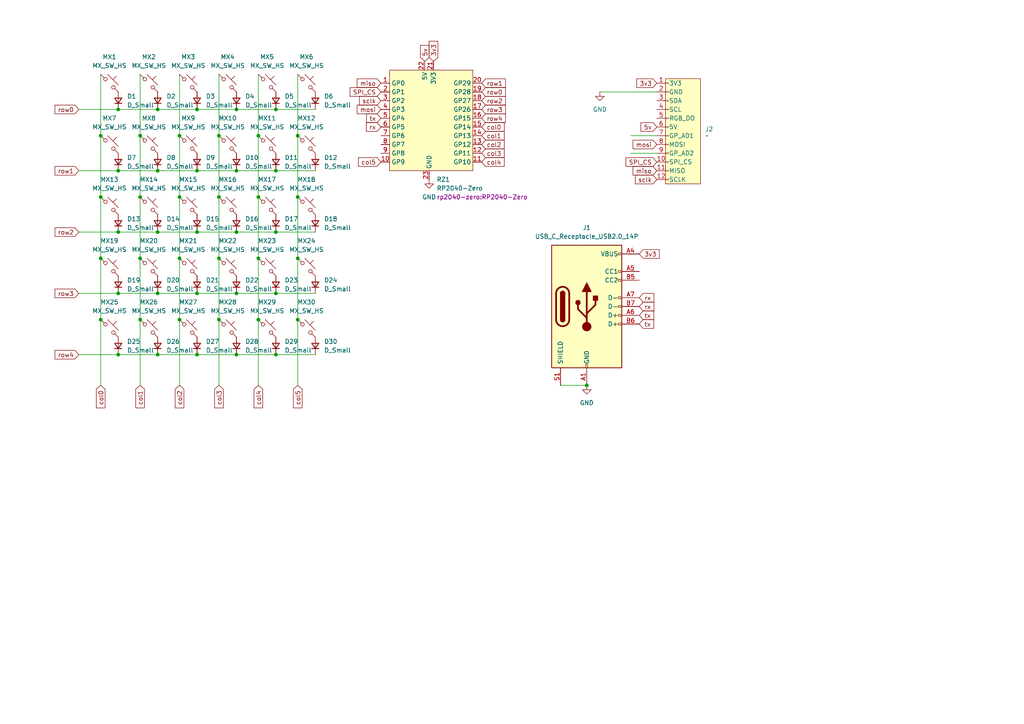
<source format=kicad_sch>
(kicad_sch (version 20231120) (generator "eeschema") (generator_version "8.0")
  (paper "A4")
  (lib_symbols
    (symbol "Connector:USB_C_Receptacle_USB2.0_14P" (pin_names (offset 1.016))
      (property "Reference" "J" (at 0 22.225 0))
      (property "Value" "USB_C_Receptacle_USB2.0_14P" (at 0 19.685 0))
      (symbol "USB_C_Receptacle_USB2.0_14P_0_0"
        (rectangle (start -0.254 -17.78) (end 0.254 -16.764))
        (rectangle (start 10.16 -4.826) (end 9.144 -5.334))
        (rectangle (start 10.16 -2.286) (end 9.144 -2.794))
        (rectangle (start 10.16 0.254) (end 9.144 -0.254))
        (rectangle (start 10.16 2.794) (end 9.144 2.286))
        (rectangle (start 10.16 7.874) (end 9.144 7.366))
        (rectangle (start 10.16 10.414) (end 9.144 9.906))
        (rectangle (start 10.16 15.494) (end 9.144 14.986))
      )
      (symbol "USB_C_Receptacle_USB2.0_14P_0_1"
        (rectangle (start -10.16 17.78) (end 10.16 -17.78) (stroke (width 0.254)) (fill (type background)))
        (arc (start -8.89 -3.81) (mid -6.985 -5.7067) (end -5.08 -3.81) (stroke (width 0.508)))
        (arc (start -7.62 -3.81) (mid -6.985 -4.4423) (end -6.35 -3.81) (stroke (width 0.254)))
        (arc (start -7.62 -3.81) (mid -6.985 -4.4423) (end -6.35 -3.81) (stroke (width 0.254)) (fill (type outline)))
        (rectangle (start -7.62 -3.81) (end -6.35 3.81) (stroke (width 0.254)) (fill (type outline)))
        (arc (start -6.35 3.81) (mid -6.985 4.4423) (end -7.62 3.81) (stroke (width 0.254)))
        (arc (start -6.35 3.81) (mid -6.985 4.4423) (end -7.62 3.81) (stroke (width 0.254)) (fill (type outline)))
        (arc (start -5.08 3.81) (mid -6.985 5.7067) (end -8.89 3.81) (stroke (width 0.508)))
        (circle (center -2.54 1.143) (radius 0.635) (stroke (width 0.254)) (fill (type outline)))
        (circle (center 0 -5.842) (radius 1.27) (fill (type outline)))
        (polyline (pts (xy -8.89 -3.81) (xy -8.89 3.81)) (stroke (width 0.508)))
        (polyline (pts (xy -5.08 3.81) (xy -5.08 -3.81)) (stroke (width 0.508)))
        (polyline (pts (xy 0 -5.842) (xy 0 4.318)) (stroke (width 0.508)))
        (polyline (pts (xy 0 -3.302) (xy -2.54 -0.762) (xy -2.54 0.508)) (stroke (width 0.508)))
        (polyline (pts (xy 0 -2.032) (xy 2.54 0.508) (xy 2.54 1.778)) (stroke (width 0.508)))
        (polyline (pts (xy -1.27 4.318) (xy 0 6.858) (xy 1.27 4.318) (xy -1.27 4.318)) (stroke (width 0.254)) (fill (type outline)))
        (rectangle (start 1.905 1.778) (end 3.175 3.048) (stroke (width 0.254)) (fill (type outline)))
      )
      (symbol "USB_C_Receptacle_USB2.0_14P_1_1"
        (pin passive line (at 0 -22.86 90) (length 5.08) (name "GND") (number "A1"))
        (pin passive line (at 0 -22.86 90) (length 5.08) hide (name "GND") (number "A12"))
        (pin passive line (at 15.24 15.24 180) (length 5.08) (name "VBUS") (number "A4"))
        (pin bidirectional line (at 15.24 10.16 180) (length 5.08) (name "CC1") (number "A5"))
        (pin bidirectional line (at 15.24 -2.54 180) (length 5.08) (name "D+") (number "A6"))
        (pin bidirectional line (at 15.24 2.54 180) (length 5.08) (name "D-") (number "A7"))
        (pin passive line (at 15.24 15.24 180) (length 5.08) hide (name "VBUS") (number "A9"))
        (pin passive line (at 0 -22.86 90) (length 5.08) hide (name "GND") (number "B1"))
        (pin passive line (at 0 -22.86 90) (length 5.08) hide (name "GND") (number "B12"))
        (pin passive line (at 15.24 15.24 180) (length 5.08) hide (name "VBUS") (number "B4"))
        (pin bidirectional line (at 15.24 7.62 180) (length 5.08) (name "CC2") (number "B5"))
        (pin bidirectional line (at 15.24 -5.08 180) (length 5.08) (name "D+") (number "B6"))
        (pin bidirectional line (at 15.24 0 180) (length 5.08) (name "D-") (number "B7"))
        (pin passive line (at 15.24 15.24 180) (length 5.08) hide (name "VBUS") (number "B9"))
        (pin passive line (at -7.62 -22.86 90) (length 5.08) (name "SHIELD") (number "S1"))
      )
    )
    (symbol "Device:D_Small" (pin_numbers hide) (pin_names (offset 0.254) hide)
      (property "Reference" "D" (at -1.27 2.032 0))
      (property "Value" "D_Small" (at -3.81 -2.032 0))
      (symbol "D_Small_0_1"
        (polyline (pts (xy -0.762 -1.016) (xy -0.762 1.016)) (stroke (width 0.254)))
        (polyline (pts (xy -0.762 0) (xy 0.762 0)))
        (polyline (pts (xy 0.762 -1.016) (xy -0.762 0) (xy 0.762 1.016) (xy 0.762 -1.016)) (stroke (width 0.254)))
      )
      (symbol "D_Small_1_1"
        (pin passive line (at -2.54 0 0) (length 1.778) (name "K") (number "1"))
        (pin passive line (at 2.54 0 180) (length 1.778) (name "A") (number "2"))
      )
    )
    (symbol "marbastlib-mx:MX_SW_HS_CPG151101S11" (pin_numbers hide) (pin_names (offset 1.016) hide)
      (property "Reference" "MX" (at 3.048 1.016 0))
      (property "Value" "MX_SW_HS" (at 0 -3.81 0))
      (symbol "MX_SW_HS_CPG151101S11_0_1"
        (circle (center -1.1684 1.1684) (radius 0.508))
        (polyline (pts (xy -0.508 2.54) (xy 2.54 -0.508)))
        (polyline (pts (xy 1.016 1.016) (xy 2.032 2.032)))
        (polyline (pts (xy -2.54 2.54) (xy -1.524 1.524) (xy -1.524 1.524)))
        (polyline (pts (xy 1.524 -1.524) (xy 2.54 -2.54) (xy 2.54 -2.54) (xy 2.54 -2.54)))
        (circle (center 1.143 -1.1938) (radius 0.508))
        (pin passive line (at -2.54 2.54 0) (length 0) (name "1") (number "1"))
        (pin passive line (at 2.54 -2.54 180) (length 0) (name "2") (number "2"))
      )
    )
    (symbol "power:GND" (power) (pin_numbers hide) (pin_names (offset 0) hide)
      (property "Value" "GND" (at 0 -3.81 0))
      (symbol "GND_0_1"
        (polyline (pts (xy 0 0) (xy 0 -1.27) (xy 1.27 -1.27) (xy 0 -2.54) (xy -1.27 -1.27) (xy 0 -1.27)))
      )
      (symbol "GND_1_1"
        (pin power_in line (at 0 0 270) (length 0) (name "~") (number "1"))
      )
    )
    (symbol "rp2040-zero:RP2040-Zero"
      (property "Reference" "RZ" (at 0 0 0))
      (property "Value" "RP2040-Zero" (at 0 -2.54 0))
      (property "Footprint" "RP2040-Zero:RP2040-Zero" (at 0 0 0))
      (symbol "RP2040-Zero_0_1"
        (rectangle (start -11.43 -15.24) (end 12.7 13.97) (fill (type background)))
      )
      (symbol "RP2040-Zero_1_1"
        (pin bidirectional line (at -13.97 10.16 0) (length 2.54) (name "GP0") (number "1"))
        (pin bidirectional line (at -13.97 -12.7 0) (length 2.54) (name "GP9") (number "10"))
        (pin bidirectional line (at 15.24 -12.7 180) (length 2.54) (name "GP10") (number "11"))
        (pin bidirectional line (at 15.24 -10.16 180) (length 2.54) (name "GP11") (number "12"))
        (pin bidirectional line (at 15.24 -7.62 180) (length 2.54) (name "GP12") (number "13"))
        (pin bidirectional line (at 15.24 -5.08 180) (length 2.54) (name "GP13") (number "14"))
        (pin bidirectional line (at 15.24 -2.54 180) (length 2.54) (name "GP14") (number "15"))
        (pin bidirectional line (at 15.24 0 180) (length 2.54) (name "GP15") (number "16"))
        (pin bidirectional line (at 15.24 2.54 180) (length 2.54) (name "GP26") (number "17"))
        (pin bidirectional line (at 15.24 5.08 180) (length 2.54) (name "GP27") (number "18"))
        (pin bidirectional line (at 15.24 7.62 180) (length 2.54) (name "GP28") (number "19"))
        (pin bidirectional line (at -13.97 7.62 0) (length 2.54) (name "GP1") (number "2"))
        (pin bidirectional line (at 15.24 10.16 180) (length 2.54) (name "GP29") (number "20"))
        (pin power_in line (at 1.27 16.51 270) (length 2.54) (name "3V3") (number "21"))
        (pin power_in line (at -1.27 16.51 270) (length 2.54) (name "5V") (number "22"))
        (pin power_in line (at 0 -17.78 90) (length 2.54) (name "GND") (number "23"))
        (pin bidirectional line (at -13.97 5.08 0) (length 2.54) (name "GP2") (number "3"))
        (pin bidirectional line (at -13.97 2.54 0) (length 2.54) (name "GP3") (number "4"))
        (pin bidirectional line (at -13.97 0 0) (length 2.54) (name "GP4") (number "5"))
        (pin bidirectional line (at -13.97 -2.54 0) (length 2.54) (name "GP5") (number "6"))
        (pin bidirectional line (at -13.97 -5.08 0) (length 2.54) (name "GP6") (number "7"))
        (pin bidirectional line (at -13.97 -7.62 0) (length 2.54) (name "GP7") (number "8"))
        (pin bidirectional line (at -13.97 -10.16 0) (length 2.54) (name "GP8") (number "9"))
      )
    )
    (symbol "vik:vik-keyboard-connector" (pin_names (offset 1))
      (property "Reference" "J" (at 0 15.875 0))
      (symbol "vik-keyboard-connector_1_1"
        (rectangle (start -5.08 13.97) (end 5.08 -16.51) (fill (type background)))
        (rectangle (start -5.0546 -15.113) (end -4.191 -15.367) (stroke (width 0.1)))
        (rectangle (start -5.0546 -12.573) (end -4.191 -12.827) (stroke (width 0.1)))
        (rectangle (start -5.0546 -10.033) (end -4.191 -10.287) (stroke (width 0.1)))
        (rectangle (start -5.0546 -7.493) (end -4.191 -7.747) (stroke (width 0.1)))
        (rectangle (start -5.0546 -4.953) (end -4.191 -5.207) (stroke (width 0.1)))
        (rectangle (start -5.0546 -2.413) (end -4.191 -2.667) (stroke (width 0.1)))
        (rectangle (start -5.0546 0.127) (end -4.191 -0.127) (stroke (width 0.1)))
        (rectangle (start -5.0546 2.667) (end -4.191 2.413) (stroke (width 0.1)))
        (rectangle (start -5.0546 5.207) (end -4.191 4.953) (stroke (width 0.1)))
        (rectangle (start -5.0546 7.747) (end -4.191 7.493) (stroke (width 0.1)))
        (rectangle (start -5.0546 10.287) (end -4.191 10.033) (stroke (width 0.1)))
        (rectangle (start -5.0546 12.827) (end -4.191 12.573) (stroke (width 0.1)))
        (pin power_in line (at -7.62 12.7 0) (length 2.54) (name "3V3") (number "1"))
        (pin input line (at -7.62 -10.16 0) (length 2.54) (name "SPI_CS") (number "10"))
        (pin tri_state line (at -7.62 -12.7 0) (length 2.54) (name "MISO") (number "11"))
        (pin input line (at -7.62 -15.24 0) (length 2.54) (name "SCLK") (number "12"))
        (pin power_in line (at -7.62 10.16 0) (length 2.54) (name "GND") (number "2"))
        (pin bidirectional line (at -7.62 7.62 0) (length 2.54) (name "SDA") (number "3"))
        (pin bidirectional line (at -7.62 5.08 0) (length 2.54) (name "SCL") (number "4"))
        (pin input line (at -7.62 2.54 0) (length 2.54) (name "RGB_DO") (number "5"))
        (pin power_in line (at -7.62 0 0) (length 2.54) (name "5V") (number "6"))
        (pin bidirectional line (at -7.62 -2.54 0) (length 2.54) (name "GP_AD1") (number "7"))
        (pin input line (at -7.62 -5.08 0) (length 2.54) (name "MOSI") (number "8"))
        (pin bidirectional line (at -7.62 -7.62 0) (length 2.54) (name "GP_AD2") (number "9"))
      )
    )
  )
  (junction (at 57.15 31.75))
  (junction (at 34.29 49.53))
  (junction (at 45.72 67.31))
  (junction (at 45.72 102.87))
  (junction (at 86.36 74.93))
  (junction (at 57.15 85.09))
  (junction (at 74.93 74.93))
  (junction (at 68.58 67.31))
  (junction (at 45.72 49.53))
  (junction (at 29.21 74.93))
  (junction (at 63.5 39.37))
  (junction (at 80.01 31.75))
  (junction (at 68.58 85.09))
  (junction (at 45.72 31.75))
  (junction (at 29.21 92.71))
  (junction (at 57.15 102.87))
  (junction (at 63.5 74.93))
  (junction (at 80.01 102.87))
  (junction (at 34.29 85.09))
  (junction (at 63.5 57.15))
  (junction (at 86.36 92.71))
  (junction (at 52.07 74.93))
  (junction (at 29.21 57.15))
  (junction (at 40.64 57.15))
  (junction (at 63.5 92.71))
  (junction (at 86.36 39.37))
  (junction (at 57.15 49.53))
  (junction (at 40.64 39.37))
  (junction (at 80.01 85.09))
  (junction (at 34.29 67.31))
  (junction (at 68.58 49.53))
  (junction (at 80.01 67.31))
  (junction (at 52.07 92.71))
  (junction (at 29.21 39.37))
  (junction (at 74.93 57.15))
  (junction (at 45.72 85.09))
  (junction (at 40.64 92.71))
  (junction (at 52.07 39.37))
  (junction (at 74.93 39.37))
  (junction (at 52.07 57.15))
  (junction (at 34.29 102.87))
  (junction (at 74.93 92.71))
  (junction (at 57.15 67.31))
  (junction (at 86.36 57.15))
  (junction (at 34.29 31.75))
  (junction (at 68.58 31.75))
  (junction (at 170.18 111.76))
  (junction (at 80.01 49.53))
  (junction (at 68.58 102.87))
  (junction (at 40.64 74.93))
  (wire (pts (xy 29.21 74.93) (xy 29.21 92.71)))
  (wire (pts (xy 52.07 57.15) (xy 52.07 74.93)))
  (wire (pts (xy 63.5 21.59) (xy 63.5 39.37)))
  (wire (pts (xy 68.58 85.09) (xy 80.01 85.09)))
  (wire (pts (xy 86.36 74.93) (xy 86.36 92.71)))
  (wire (pts (xy 29.21 39.37) (xy 29.21 57.15)))
  (wire (pts (xy 34.29 31.75) (xy 45.72 31.75)))
  (wire (pts (xy 80.01 85.09) (xy 91.44 85.09)))
  (wire (pts (xy 86.36 21.59) (xy 86.36 39.37)))
  (wire (pts (xy 45.72 49.53) (xy 57.15 49.53)))
  (wire (pts (xy 68.58 49.53) (xy 80.01 49.53)))
  (wire (pts (xy 80.01 67.31) (xy 91.44 67.31)))
  (wire (pts (xy 57.15 31.75) (xy 68.58 31.75)))
  (wire (pts (xy 40.64 57.15) (xy 40.64 74.93)))
  (wire (pts (xy 45.72 102.87) (xy 57.15 102.87)))
  (wire (pts (xy 63.5 74.93) (xy 63.5 92.71)))
  (wire (pts (xy 22.86 49.53) (xy 34.29 49.53)))
  (wire (pts (xy 182.88 44.45) (xy 190.5 44.45)))
  (wire (pts (xy 80.01 49.53) (xy 91.44 49.53)))
  (wire (pts (xy 173.99 26.67) (xy 190.5 26.67)))
  (wire (pts (xy 22.86 31.75) (xy 34.29 31.75)))
  (wire (pts (xy 22.86 67.31) (xy 34.29 67.31)))
  (wire (pts (xy 34.29 49.53) (xy 45.72 49.53)))
  (wire (pts (xy 68.58 31.75) (xy 80.01 31.75)))
  (wire (pts (xy 80.01 31.75) (xy 91.44 31.75)))
  (wire (pts (xy 63.5 92.71) (xy 63.5 111.76)))
  (wire (pts (xy 86.36 57.15) (xy 86.36 74.93)))
  (wire (pts (xy 162.56 111.76) (xy 170.18 111.76)))
  (wire (pts (xy 80.01 102.87) (xy 91.44 102.87)))
  (wire (pts (xy 63.5 57.15) (xy 63.5 74.93)))
  (wire (pts (xy 86.36 92.71) (xy 86.36 111.76)))
  (wire (pts (xy 86.36 39.37) (xy 86.36 57.15)))
  (wire (pts (xy 57.15 49.53) (xy 68.58 49.53)))
  (wire (pts (xy 57.15 67.31) (xy 68.58 67.31)))
  (wire (pts (xy 45.72 31.75) (xy 57.15 31.75)))
  (wire (pts (xy 52.07 39.37) (xy 52.07 57.15)))
  (wire (pts (xy 74.93 57.15) (xy 74.93 74.93)))
  (wire (pts (xy 74.93 39.37) (xy 74.93 57.15)))
  (wire (pts (xy 45.72 67.31) (xy 57.15 67.31)))
  (wire (pts (xy 68.58 67.31) (xy 80.01 67.31)))
  (wire (pts (xy 74.93 92.71) (xy 74.93 111.76)))
  (wire (pts (xy 29.21 92.71) (xy 29.21 111.76)))
  (wire (pts (xy 22.86 102.87) (xy 34.29 102.87)))
  (wire (pts (xy 52.07 21.59) (xy 52.07 39.37)))
  (wire (pts (xy 68.58 102.87) (xy 80.01 102.87)))
  (wire (pts (xy 52.07 74.93) (xy 52.07 92.71)))
  (wire (pts (xy 45.72 85.09) (xy 57.15 85.09)))
  (wire (pts (xy 34.29 85.09) (xy 45.72 85.09)))
  (wire (pts (xy 74.93 21.59) (xy 74.93 39.37)))
  (wire (pts (xy 34.29 67.31) (xy 45.72 67.31)))
  (wire (pts (xy 182.88 39.37) (xy 190.5 39.37)))
  (wire (pts (xy 74.93 74.93) (xy 74.93 92.71)))
  (wire (pts (xy 40.64 39.37) (xy 40.64 57.15)))
  (wire (pts (xy 40.64 21.59) (xy 40.64 39.37)))
  (wire (pts (xy 52.07 92.71) (xy 52.07 111.76)))
  (wire (pts (xy 29.21 21.59) (xy 29.21 39.37)))
  (wire (pts (xy 40.64 92.71) (xy 40.64 111.76)))
  (wire (pts (xy 40.64 74.93) (xy 40.64 92.71)))
  (wire (pts (xy 63.5 39.37) (xy 63.5 57.15)))
  (wire (pts (xy 57.15 102.87) (xy 68.58 102.87)))
  (wire (pts (xy 34.29 102.87) (xy 45.72 102.87)))
  (wire (pts (xy 29.21 57.15) (xy 29.21 74.93)))
  (wire (pts (xy 57.15 85.09) (xy 68.58 85.09)))
  (wire (pts (xy 22.86 85.09) (xy 34.29 85.09)))
  (global_label "col3" (shape input) (at 63.5 111.76 270) (property "Intersheetrefs" "${INTERSHEET_REFS}" (effects (hide yes))))
  (global_label "5v" (shape input) (at 190.5 36.83 180) (property "Intersheetrefs" "${INTERSHEET_REFS}" (effects (hide yes))))
  (global_label "row2" (shape input) (at 22.86 67.31 180) (property "Intersheetrefs" "${INTERSHEET_REFS}" (effects (hide yes))))
  (global_label "SPI_CS" (shape input) (at 110.49 26.67 180) (property "Intersheetrefs" "${INTERSHEET_REFS}" (effects (hide yes))))
  (global_label "tx" (shape input) (at 185.42 91.44 0) (property "Intersheetrefs" "${INTERSHEET_REFS}" (effects (hide yes))))
  (global_label "5v" (shape input) (at 123.19 17.78 90) (property "Intersheetrefs" "${INTERSHEET_REFS}" (effects (hide yes))))
  (global_label "row2" (shape input) (at 139.7 29.21 0) (property "Intersheetrefs" "${INTERSHEET_REFS}" (effects (hide yes))))
  (global_label "row1" (shape input) (at 139.7 24.13 0) (property "Intersheetrefs" "${INTERSHEET_REFS}" (effects (hide yes))))
  (global_label "row3" (shape input) (at 139.7 31.75 0) (property "Intersheetrefs" "${INTERSHEET_REFS}" (effects (hide yes))))
  (global_label "col3" (shape input) (at 139.7 44.45 0) (property "Intersheetrefs" "${INTERSHEET_REFS}" (effects (hide yes))))
  (global_label "col2" (shape input) (at 52.07 111.76 270) (property "Intersheetrefs" "${INTERSHEET_REFS}" (effects (hide yes))))
  (global_label "SPI_CS" (shape input) (at 190.5 46.99 180) (property "Intersheetrefs" "${INTERSHEET_REFS}" (effects (hide yes))))
  (global_label "tx" (shape input) (at 185.42 93.98 0) (property "Intersheetrefs" "${INTERSHEET_REFS}" (effects (hide yes))))
  (global_label "row0" (shape input) (at 22.86 31.75 180) (property "Intersheetrefs" "${INTERSHEET_REFS}" (effects (hide yes))))
  (global_label "rx" (shape input) (at 185.42 88.9 0) (property "Intersheetrefs" "${INTERSHEET_REFS}" (effects (hide yes))))
  (global_label "3v3" (shape input) (at 185.42 73.66 0) (property "Intersheetrefs" "${INTERSHEET_REFS}" (effects (hide yes))))
  (global_label "col4" (shape input) (at 139.7 46.99 0) (property "Intersheetrefs" "${INTERSHEET_REFS}" (effects (hide yes))))
  (global_label "mosi" (shape input) (at 190.5 41.91 180) (property "Intersheetrefs" "${INTERSHEET_REFS}" (effects (hide yes))))
  (global_label "row4" (shape input) (at 22.86 102.87 180) (property "Intersheetrefs" "${INTERSHEET_REFS}" (effects (hide yes))))
  (global_label "sclk" (shape input) (at 110.49 29.21 180) (property "Intersheetrefs" "${INTERSHEET_REFS}" (effects (hide yes))))
  (global_label "col2" (shape input) (at 139.7 41.91 0) (property "Intersheetrefs" "${INTERSHEET_REFS}" (effects (hide yes))))
  (global_label "col0" (shape input) (at 29.21 111.76 270) (property "Intersheetrefs" "${INTERSHEET_REFS}" (effects (hide yes))))
  (global_label "3v3" (shape input) (at 190.5 24.13 180) (property "Intersheetrefs" "${INTERSHEET_REFS}" (effects (hide yes))))
  (global_label "row0" (shape input) (at 139.7 26.67 0) (property "Intersheetrefs" "${INTERSHEET_REFS}" (effects (hide yes))))
  (global_label "col0" (shape input) (at 139.7 36.83 0) (property "Intersheetrefs" "${INTERSHEET_REFS}" (effects (hide yes))))
  (global_label "miso" (shape input) (at 190.5 49.53 180) (property "Intersheetrefs" "${INTERSHEET_REFS}" (effects (hide yes))))
  (global_label "col4" (shape input) (at 74.93 111.76 270) (property "Intersheetrefs" "${INTERSHEET_REFS}" (effects (hide yes))))
  (global_label "row3" (shape input) (at 22.86 85.09 180) (property "Intersheetrefs" "${INTERSHEET_REFS}" (effects (hide yes))))
  (global_label "col1" (shape input) (at 139.7 39.37 0) (property "Intersheetrefs" "${INTERSHEET_REFS}" (effects (hide yes))))
  (global_label "miso" (shape input) (at 110.49 24.13 180) (property "Intersheetrefs" "${INTERSHEET_REFS}" (effects (hide yes))))
  (global_label "rx" (shape input) (at 110.49 36.83 180) (property "Intersheetrefs" "${INTERSHEET_REFS}" (effects (hide yes))))
  (global_label "sclk" (shape input) (at 190.5 52.07 180) (property "Intersheetrefs" "${INTERSHEET_REFS}" (effects (hide yes))))
  (global_label "col5" (shape input) (at 110.49 46.99 180) (property "Intersheetrefs" "${INTERSHEET_REFS}" (effects (hide yes))))
  (global_label "col1" (shape input) (at 40.64 111.76 270) (property "Intersheetrefs" "${INTERSHEET_REFS}" (effects (hide yes))))
  (global_label "col5" (shape input) (at 86.36 111.76 270) (property "Intersheetrefs" "${INTERSHEET_REFS}" (effects (hide yes))))
  (global_label "row4" (shape input) (at 139.7 34.29 0) (property "Intersheetrefs" "${INTERSHEET_REFS}" (effects (hide yes))))
  (global_label "3v3" (shape input) (at 125.73 17.78 90) (property "Intersheetrefs" "${INTERSHEET_REFS}" (effects (hide yes))))
  (global_label "mosi" (shape input) (at 110.49 31.75 180) (property "Intersheetrefs" "${INTERSHEET_REFS}" (effects (hide yes))))
  (global_label "rx" (shape input) (at 185.42 86.36 0) (property "Intersheetrefs" "${INTERSHEET_REFS}" (effects (hide yes))))
  (global_label "tx" (shape input) (at 110.49 34.29 180) (property "Intersheetrefs" "${INTERSHEET_REFS}" (effects (hide yes))))
  (global_label "row1" (shape input) (at 22.86 49.53 180) (property "Intersheetrefs" "${INTERSHEET_REFS}" (effects (hide yes))))
  (symbol (lib_id "marbastlib-mx:MX_SW_HS_CPG151101S11") (at 43.18 41.91 0) (unit 1)
    (property "Reference" "MX8" (at 43.18 34.29 0))
    (property "Value" "MX_SW_HS" (at 43.18 36.83 0))
    (property "Footprint" "marbastlib-mx:SW_MX_HS_CPG151101S11_1u" (effects (hide yes)))
    (property "Description" "Push button switch, normally open, two pins, 45° tilted, Kailh CPG151101S11 for Cherry MX style switches" (effects (hide yes)))
  )
  (symbol (lib_id "Device:D_Small") (at 68.58 29.21 90) (unit 1)
    (property "Reference" "D4" (at 71.12 27.9399 90) (effects (justify right)))
    (property "Value" "D_Small" (at 71.12 30.4799 90) (effects (justify right)))
    (property "Footprint" "Diode_SMD:D_SOD-323" (effects (hide yes)))
    (property "Description" "Diode, small symbol" (effects (hide yes)))
    (property "Sim.Device" "D" (effects (hide yes)))
    (property "Sim.Pins" "1=K 2=A" (effects (hide yes)))
  )
  (symbol (lib_id "Device:D_Small") (at 91.44 46.99 90) (unit 1)
    (property "Reference" "D12" (at 93.98 45.7199 90) (effects (justify right)))
    (property "Value" "D_Small" (at 93.98 48.2599 90) (effects (justify right)))
    (property "Footprint" "Diode_SMD:D_SOD-323" (effects (hide yes)))
    (property "Description" "Diode, small symbol" (effects (hide yes)))
    (property "Sim.Device" "D" (effects (hide yes)))
    (property "Sim.Pins" "1=K 2=A" (effects (hide yes)))
  )
  (symbol (lib_id "Device:D_Small") (at 45.72 46.99 90) (unit 1)
    (property "Reference" "D8" (at 48.26 45.7199 90) (effects (justify right)))
    (property "Value" "D_Small" (at 48.26 48.2599 90) (effects (justify right)))
    (property "Footprint" "Diode_SMD:D_SOD-323" (effects (hide yes)))
    (property "Description" "Diode, small symbol" (effects (hide yes)))
    (property "Sim.Device" "D" (effects (hide yes)))
    (property "Sim.Pins" "1=K 2=A" (effects (hide yes)))
  )
  (symbol (lib_id "marbastlib-mx:MX_SW_HS_CPG151101S11") (at 88.9 77.47 0) (unit 1)
    (property "Reference" "MX24" (at 88.9 69.85 0))
    (property "Value" "MX_SW_HS" (at 88.9 72.39 0))
    (property "Footprint" "marbastlib-mx:SW_MX_HS_CPG151101S11_1u" (effects (hide yes)))
    (property "Description" "Push button switch, normally open, two pins, 45° tilted, Kailh CPG151101S11 for Cherry MX style switches" (effects (hide yes)))
  )
  (symbol (lib_id "marbastlib-mx:MX_SW_HS_CPG151101S11") (at 88.9 95.25 0) (unit 1)
    (property "Reference" "MX30" (at 88.9 87.63 0))
    (property "Value" "MX_SW_HS" (at 88.9 90.17 0))
    (property "Footprint" "marbastlib-mx:SW_MX_HS_CPG151101S11_1u" (effects (hide yes)))
    (property "Description" "Push button switch, normally open, two pins, 45° tilted, Kailh CPG151101S11 for Cherry MX style switches" (effects (hide yes)))
  )
  (symbol (lib_id "marbastlib-mx:MX_SW_HS_CPG151101S11") (at 43.18 95.25 0) (unit 1)
    (property "Reference" "MX26" (at 43.18 87.63 0))
    (property "Value" "MX_SW_HS" (at 43.18 90.17 0))
    (property "Footprint" "marbastlib-mx:SW_MX_HS_CPG151101S11_1u" (effects (hide yes)))
    (property "Description" "Push button switch, normally open, two pins, 45° tilted, Kailh CPG151101S11 for Cherry MX style switches" (effects (hide yes)))
  )
  (symbol (lib_id "marbastlib-mx:MX_SW_HS_CPG151101S11") (at 77.47 95.25 0) (unit 1)
    (property "Reference" "MX29" (at 77.47 87.63 0))
    (property "Value" "MX_SW_HS" (at 77.47 90.17 0))
    (property "Footprint" "marbastlib-mx:SW_MX_HS_CPG151101S11_1u" (effects (hide yes)))
    (property "Description" "Push button switch, normally open, two pins, 45° tilted, Kailh CPG151101S11 for Cherry MX style switches" (effects (hide yes)))
  )
  (symbol (lib_id "Device:D_Small") (at 34.29 64.77 90) (unit 1)
    (property "Reference" "D13" (at 36.83 63.4999 90) (effects (justify right)))
    (property "Value" "D_Small" (at 36.83 66.0399 90) (effects (justify right)))
    (property "Footprint" "Diode_SMD:D_SOD-323" (effects (hide yes)))
    (property "Description" "Diode, small symbol" (effects (hide yes)))
    (property "Sim.Device" "D" (effects (hide yes)))
    (property "Sim.Pins" "1=K 2=A" (effects (hide yes)))
  )
  (symbol (lib_id "marbastlib-mx:MX_SW_HS_CPG151101S11") (at 88.9 24.13 0) (unit 1)
    (property "Reference" "MX6" (at 88.9 16.51 0))
    (property "Value" "MX_SW_HS" (at 88.9 19.05 0))
    (property "Footprint" "marbastlib-mx:SW_MX_HS_CPG151101S11_1u" (effects (hide yes)))
    (property "Description" "Push button switch, normally open, two pins, 45° tilted, Kailh CPG151101S11 for Cherry MX style switches" (effects (hide yes)))
  )
  (symbol (lib_id "marbastlib-mx:MX_SW_HS_CPG151101S11") (at 54.61 41.91 0) (unit 1)
    (property "Reference" "MX9" (at 54.61 34.29 0))
    (property "Value" "MX_SW_HS" (at 54.61 36.83 0))
    (property "Footprint" "marbastlib-mx:SW_MX_HS_CPG151101S11_1u" (effects (hide yes)))
    (property "Description" "Push button switch, normally open, two pins, 45° tilted, Kailh CPG151101S11 for Cherry MX style switches" (effects (hide yes)))
  )
  (symbol (lib_id "Device:D_Small") (at 68.58 46.99 90) (unit 1)
    (property "Reference" "D10" (at 71.12 45.7199 90) (effects (justify right)))
    (property "Value" "D_Small" (at 71.12 48.2599 90) (effects (justify right)))
    (property "Footprint" "Diode_SMD:D_SOD-323" (effects (hide yes)))
    (property "Description" "Diode, small symbol" (effects (hide yes)))
    (property "Sim.Device" "D" (effects (hide yes)))
    (property "Sim.Pins" "1=K 2=A" (effects (hide yes)))
  )
  (symbol (lib_id "marbastlib-mx:MX_SW_HS_CPG151101S11") (at 66.04 77.47 0) (unit 1)
    (property "Reference" "MX22" (at 66.04 69.85 0))
    (property "Value" "MX_SW_HS" (at 66.04 72.39 0))
    (property "Footprint" "marbastlib-mx:SW_MX_HS_CPG151101S11_1u" (effects (hide yes)))
    (property "Description" "Push button switch, normally open, two pins, 45° tilted, Kailh CPG151101S11 for Cherry MX style switches" (effects (hide yes)))
  )
  (symbol (lib_id "Device:D_Small") (at 80.01 82.55 90) (unit 1)
    (property "Reference" "D23" (at 82.55 81.2799 90) (effects (justify right)))
    (property "Value" "D_Small" (at 82.55 83.8199 90) (effects (justify right)))
    (property "Footprint" "Diode_SMD:D_SOD-323" (effects (hide yes)))
    (property "Description" "Diode, small symbol" (effects (hide yes)))
    (property "Sim.Device" "D" (effects (hide yes)))
    (property "Sim.Pins" "1=K 2=A" (effects (hide yes)))
  )
  (symbol (lib_id "marbastlib-mx:MX_SW_HS_CPG151101S11") (at 31.75 24.13 0) (unit 1)
    (property "Reference" "MX1" (at 31.75 16.51 0))
    (property "Value" "MX_SW_HS" (at 31.75 19.05 0))
    (property "Footprint" "marbastlib-mx:SW_MX_HS_CPG151101S11_1u" (effects (hide yes)))
    (property "Description" "Push button switch, normally open, two pins, 45° tilted, Kailh CPG151101S11 for Cherry MX style switches" (effects (hide yes)))
  )
  (symbol (lib_id "marbastlib-mx:MX_SW_HS_CPG151101S11") (at 31.75 77.47 0) (unit 1)
    (property "Reference" "MX19" (at 31.75 69.85 0))
    (property "Value" "MX_SW_HS" (at 31.75 72.39 0))
    (property "Footprint" "marbastlib-mx:SW_MX_HS_CPG151101S11_1u" (effects (hide yes)))
    (property "Description" "Push button switch, normally open, two pins, 45° tilted, Kailh CPG151101S11 for Cherry MX style switches" (effects (hide yes)))
  )
  (symbol (lib_id "marbastlib-mx:MX_SW_HS_CPG151101S11") (at 77.47 24.13 0) (unit 1)
    (property "Reference" "MX5" (at 77.47 16.51 0))
    (property "Value" "MX_SW_HS" (at 77.47 19.05 0))
    (property "Footprint" "marbastlib-mx:SW_MX_HS_CPG151101S11_1u" (effects (hide yes)))
    (property "Description" "Push button switch, normally open, two pins, 45° tilted, Kailh CPG151101S11 for Cherry MX style switches" (effects (hide yes)))
  )
  (symbol (lib_id "power:GND") (at 170.18 111.76 0) (unit 1)
    (property "Reference" "#PWR02" (effects (hide yes)))
    (property "Value" "GND" (at 170.18 116.84 0))
    (property "Description" "Power symbol creates a global label with name \"GND\" , ground" (effects (hide yes)))
  )
  (symbol (lib_id "marbastlib-mx:MX_SW_HS_CPG151101S11") (at 43.18 59.69 0) (unit 1)
    (property "Reference" "MX14" (at 43.18 52.07 0))
    (property "Value" "MX_SW_HS" (at 43.18 54.61 0))
    (property "Footprint" "marbastlib-mx:SW_MX_HS_CPG151101S11_1u" (effects (hide yes)))
    (property "Description" "Push button switch, normally open, two pins, 45° tilted, Kailh CPG151101S11 for Cherry MX style switches" (effects (hide yes)))
  )
  (symbol (lib_id "marbastlib-mx:MX_SW_HS_CPG151101S11") (at 66.04 24.13 0) (unit 1)
    (property "Reference" "MX4" (at 66.04 16.51 0))
    (property "Value" "MX_SW_HS" (at 66.04 19.05 0))
    (property "Footprint" "marbastlib-mx:SW_MX_HS_CPG151101S11_1u" (effects (hide yes)))
    (property "Description" "Push button switch, normally open, two pins, 45° tilted, Kailh CPG151101S11 for Cherry MX style switches" (effects (hide yes)))
  )
  (symbol (lib_id "Device:D_Small") (at 80.01 46.99 90) (unit 1)
    (property "Reference" "D11" (at 82.55 45.7199 90) (effects (justify right)))
    (property "Value" "D_Small" (at 82.55 48.2599 90) (effects (justify right)))
    (property "Footprint" "Diode_SMD:D_SOD-323" (effects (hide yes)))
    (property "Description" "Diode, small symbol" (effects (hide yes)))
    (property "Sim.Device" "D" (effects (hide yes)))
    (property "Sim.Pins" "1=K 2=A" (effects (hide yes)))
  )
  (symbol (lib_id "Device:D_Small") (at 34.29 29.21 90) (unit 1)
    (property "Reference" "D1" (at 36.83 27.9399 90) (effects (justify right)))
    (property "Value" "D_Small" (at 36.83 30.4799 90) (effects (justify right)))
    (property "Footprint" "Diode_SMD:D_SOD-323" (effects (hide yes)))
    (property "Description" "Diode, small symbol" (effects (hide yes)))
    (property "Sim.Device" "D" (effects (hide yes)))
    (property "Sim.Pins" "1=K 2=A" (effects (hide yes)))
  )
  (symbol (lib_id "marbastlib-mx:MX_SW_HS_CPG151101S11") (at 43.18 24.13 0) (unit 1)
    (property "Reference" "MX2" (at 43.18 16.51 0))
    (property "Value" "MX_SW_HS" (at 43.18 19.05 0))
    (property "Footprint" "marbastlib-mx:SW_MX_HS_CPG151101S11_1u" (effects (hide yes)))
    (property "Description" "Push button switch, normally open, two pins, 45° tilted, Kailh CPG151101S11 for Cherry MX style switches" (effects (hide yes)))
  )
  (symbol (lib_id "vik:vik-keyboard-connector") (at 198.12 36.83 0) (unit 1)
    (property "Reference" "J2" (at 204.47 37.4649 0) (effects (justify left)))
    (property "Value" "~" (at 204.47 39.37 0) (effects (justify left)))
    (property "Footprint" "vik:vik-keyboard-connector-horizontal" (effects (hide yes)))
  )
  (symbol (lib_id "marbastlib-mx:MX_SW_HS_CPG151101S11") (at 66.04 41.91 0) (unit 1)
    (property "Reference" "MX10" (at 66.04 34.29 0))
    (property "Value" "MX_SW_HS" (at 66.04 36.83 0))
    (property "Footprint" "marbastlib-mx:SW_MX_HS_CPG151101S11_1u" (effects (hide yes)))
    (property "Description" "Push button switch, normally open, two pins, 45° tilted, Kailh CPG151101S11 for Cherry MX style switches" (effects (hide yes)))
  )
  (symbol (lib_id "Device:D_Small") (at 57.15 82.55 90) (unit 1)
    (property "Reference" "D21" (at 59.69 81.2799 90) (effects (justify right)))
    (property "Value" "D_Small" (at 59.69 83.8199 90) (effects (justify right)))
    (property "Footprint" "Diode_SMD:D_SOD-323" (effects (hide yes)))
    (property "Description" "Diode, small symbol" (effects (hide yes)))
    (property "Sim.Device" "D" (effects (hide yes)))
    (property "Sim.Pins" "1=K 2=A" (effects (hide yes)))
  )
  (symbol (lib_id "Device:D_Small") (at 80.01 29.21 90) (unit 1)
    (property "Reference" "D5" (at 82.55 27.9399 90) (effects (justify right)))
    (property "Value" "D_Small" (at 82.55 30.4799 90) (effects (justify right)))
    (property "Footprint" "Diode_SMD:D_SOD-323" (effects (hide yes)))
    (property "Description" "Diode, small symbol" (effects (hide yes)))
    (property "Sim.Device" "D" (effects (hide yes)))
    (property "Sim.Pins" "1=K 2=A" (effects (hide yes)))
  )
  (symbol (lib_id "marbastlib-mx:MX_SW_HS_CPG151101S11") (at 54.61 77.47 0) (unit 1)
    (property "Reference" "MX21" (at 54.61 69.85 0))
    (property "Value" "MX_SW_HS" (at 54.61 72.39 0))
    (property "Footprint" "marbastlib-mx:SW_MX_HS_CPG151101S11_1u" (effects (hide yes)))
    (property "Description" "Push button switch, normally open, two pins, 45° tilted, Kailh CPG151101S11 for Cherry MX style switches" (effects (hide yes)))
  )
  (symbol (lib_id "Device:D_Small") (at 68.58 64.77 90) (unit 1)
    (property "Reference" "D16" (at 71.12 63.4999 90) (effects (justify right)))
    (property "Value" "D_Small" (at 71.12 66.0399 90) (effects (justify right)))
    (property "Footprint" "Diode_SMD:D_SOD-323" (effects (hide yes)))
    (property "Description" "Diode, small symbol" (effects (hide yes)))
    (property "Sim.Device" "D" (effects (hide yes)))
    (property "Sim.Pins" "1=K 2=A" (effects (hide yes)))
  )
  (symbol (lib_id "Device:D_Small") (at 91.44 64.77 90) (unit 1)
    (property "Reference" "D18" (at 93.98 63.4999 90) (effects (justify right)))
    (property "Value" "D_Small" (at 93.98 66.0399 90) (effects (justify right)))
    (property "Footprint" "Diode_SMD:D_SOD-323" (effects (hide yes)))
    (property "Description" "Diode, small symbol" (effects (hide yes)))
    (property "Sim.Device" "D" (effects (hide yes)))
    (property "Sim.Pins" "1=K 2=A" (effects (hide yes)))
  )
  (symbol (lib_id "Device:D_Small") (at 91.44 29.21 90) (unit 1)
    (property "Reference" "D6" (at 93.98 27.9399 90) (effects (justify right)))
    (property "Value" "D_Small" (at 93.98 30.4799 90) (effects (justify right)))
    (property "Footprint" "Diode_SMD:D_SOD-323" (effects (hide yes)))
    (property "Description" "Diode, small symbol" (effects (hide yes)))
    (property "Sim.Device" "D" (effects (hide yes)))
    (property "Sim.Pins" "1=K 2=A" (effects (hide yes)))
  )
  (symbol (lib_id "Device:D_Small") (at 68.58 82.55 90) (unit 1)
    (property "Reference" "D22" (at 71.12 81.2799 90) (effects (justify right)))
    (property "Value" "D_Small" (at 71.12 83.8199 90) (effects (justify right)))
    (property "Footprint" "Diode_SMD:D_SOD-323" (effects (hide yes)))
    (property "Description" "Diode, small symbol" (effects (hide yes)))
    (property "Sim.Device" "D" (effects (hide yes)))
    (property "Sim.Pins" "1=K 2=A" (effects (hide yes)))
  )
  (symbol (lib_id "Device:D_Small") (at 45.72 82.55 90) (unit 1)
    (property "Reference" "D20" (at 48.26 81.2799 90) (effects (justify right)))
    (property "Value" "D_Small" (at 48.26 83.8199 90) (effects (justify right)))
    (property "Footprint" "Diode_SMD:D_SOD-323" (effects (hide yes)))
    (property "Description" "Diode, small symbol" (effects (hide yes)))
    (property "Sim.Device" "D" (effects (hide yes)))
    (property "Sim.Pins" "1=K 2=A" (effects (hide yes)))
  )
  (symbol (lib_id "marbastlib-mx:MX_SW_HS_CPG151101S11") (at 31.75 41.91 0) (unit 1)
    (property "Reference" "MX7" (at 31.75 34.29 0))
    (property "Value" "MX_SW_HS" (at 31.75 36.83 0))
    (property "Footprint" "marbastlib-mx:SW_MX_HS_CPG151101S11_1u" (effects (hide yes)))
    (property "Description" "Push button switch, normally open, two pins, 45° tilted, Kailh CPG151101S11 for Cherry MX style switches" (effects (hide yes)))
  )
  (symbol (lib_id "power:GND") (at 173.99 26.67 0) (unit 1)
    (property "Reference" "#PWR3" (effects (hide yes)))
    (property "Value" "GND" (at 173.99 31.75 0))
    (property "Description" "Power symbol creates a global label with name \"GND\" , ground" (effects (hide yes)))
  )
  (symbol (lib_id "marbastlib-mx:MX_SW_HS_CPG151101S11") (at 77.47 41.91 0) (unit 1)
    (property "Reference" "MX11" (at 77.47 34.29 0))
    (property "Value" "MX_SW_HS" (at 77.47 36.83 0))
    (property "Footprint" "marbastlib-mx:SW_MX_HS_CPG151101S11_1u" (effects (hide yes)))
    (property "Description" "Push button switch, normally open, two pins, 45° tilted, Kailh CPG151101S11 for Cherry MX style switches" (effects (hide yes)))
  )
  (symbol (lib_id "marbastlib-mx:MX_SW_HS_CPG151101S11") (at 31.75 95.25 0) (unit 1)
    (property "Reference" "MX25" (at 31.75 87.63 0))
    (property "Value" "MX_SW_HS" (at 31.75 90.17 0))
    (property "Footprint" "marbastlib-mx:SW_MX_HS_CPG151101S11_1u" (effects (hide yes)))
    (property "Description" "Push button switch, normally open, two pins, 45° tilted, Kailh CPG151101S11 for Cherry MX style switches" (effects (hide yes)))
  )
  (symbol (lib_id "Device:D_Small") (at 45.72 100.33 90) (unit 1)
    (property "Reference" "D26" (at 48.26 99.0599 90) (effects (justify right)))
    (property "Value" "D_Small" (at 48.26 101.5999 90) (effects (justify right)))
    (property "Footprint" "Diode_SMD:D_SOD-323" (effects (hide yes)))
    (property "Description" "Diode, small symbol" (effects (hide yes)))
    (property "Sim.Device" "D" (effects (hide yes)))
    (property "Sim.Pins" "1=K 2=A" (effects (hide yes)))
  )
  (symbol (lib_id "Device:D_Small") (at 80.01 100.33 90) (unit 1)
    (property "Reference" "D29" (at 82.55 99.0599 90) (effects (justify right)))
    (property "Value" "D_Small" (at 82.55 101.5999 90) (effects (justify right)))
    (property "Footprint" "Diode_SMD:D_SOD-323" (effects (hide yes)))
    (property "Description" "Diode, small symbol" (effects (hide yes)))
    (property "Sim.Device" "D" (effects (hide yes)))
    (property "Sim.Pins" "1=K 2=A" (effects (hide yes)))
  )
  (symbol (lib_id "Device:D_Small") (at 45.72 64.77 90) (unit 1)
    (property "Reference" "D14" (at 48.26 63.4999 90) (effects (justify right)))
    (property "Value" "D_Small" (at 48.26 66.0399 90) (effects (justify right)))
    (property "Footprint" "Diode_SMD:D_SOD-323" (effects (hide yes)))
    (property "Description" "Diode, small symbol" (effects (hide yes)))
    (property "Sim.Device" "D" (effects (hide yes)))
    (property "Sim.Pins" "1=K 2=A" (effects (hide yes)))
  )
  (symbol (lib_id "Device:D_Small") (at 57.15 64.77 90) (unit 1)
    (property "Reference" "D15" (at 59.69 63.4999 90) (effects (justify right)))
    (property "Value" "D_Small" (at 59.69 66.0399 90) (effects (justify right)))
    (property "Footprint" "Diode_SMD:D_SOD-323" (effects (hide yes)))
    (property "Description" "Diode, small symbol" (effects (hide yes)))
    (property "Sim.Device" "D" (effects (hide yes)))
    (property "Sim.Pins" "1=K 2=A" (effects (hide yes)))
  )
  (symbol (lib_id "marbastlib-mx:MX_SW_HS_CPG151101S11") (at 43.18 77.47 0) (unit 1)
    (property "Reference" "MX20" (at 43.18 69.85 0))
    (property "Value" "MX_SW_HS" (at 43.18 72.39 0))
    (property "Footprint" "marbastlib-mx:SW_MX_HS_CPG151101S11_1u" (effects (hide yes)))
    (property "Description" "Push button switch, normally open, two pins, 45° tilted, Kailh CPG151101S11 for Cherry MX style switches" (effects (hide yes)))
  )
  (symbol (lib_id "Device:D_Small") (at 68.58 100.33 90) (unit 1)
    (property "Reference" "D28" (at 71.12 99.0599 90) (effects (justify right)))
    (property "Value" "D_Small" (at 71.12 101.5999 90) (effects (justify right)))
    (property "Footprint" "Diode_SMD:D_SOD-323" (effects (hide yes)))
    (property "Description" "Diode, small symbol" (effects (hide yes)))
    (property "Sim.Device" "D" (effects (hide yes)))
    (property "Sim.Pins" "1=K 2=A" (effects (hide yes)))
  )
  (symbol (lib_id "marbastlib-mx:MX_SW_HS_CPG151101S11") (at 54.61 24.13 0) (unit 1)
    (property "Reference" "MX3" (at 54.61 16.51 0))
    (property "Value" "MX_SW_HS" (at 54.61 19.05 0))
    (property "Footprint" "marbastlib-mx:SW_MX_HS_CPG151101S11_1u" (effects (hide yes)))
    (property "Description" "Push button switch, normally open, two pins, 45° tilted, Kailh CPG151101S11 for Cherry MX style switches" (effects (hide yes)))
  )
  (symbol (lib_id "marbastlib-mx:MX_SW_HS_CPG151101S11") (at 54.61 95.25 0) (unit 1)
    (property "Reference" "MX27" (at 54.61 87.63 0))
    (property "Value" "MX_SW_HS" (at 54.61 90.17 0))
    (property "Footprint" "marbastlib-mx:SW_MX_HS_CPG151101S11_1u" (effects (hide yes)))
    (property "Description" "Push button switch, normally open, two pins, 45° tilted, Kailh CPG151101S11 for Cherry MX style switches" (effects (hide yes)))
  )
  (symbol (lib_id "Device:D_Small") (at 34.29 100.33 90) (unit 1)
    (property "Reference" "D25" (at 36.83 99.0599 90) (effects (justify right)))
    (property "Value" "D_Small" (at 36.83 101.5999 90) (effects (justify right)))
    (property "Footprint" "Diode_SMD:D_SOD-323" (effects (hide yes)))
    (property "Description" "Diode, small symbol" (effects (hide yes)))
    (property "Sim.Device" "D" (effects (hide yes)))
    (property "Sim.Pins" "1=K 2=A" (effects (hide yes)))
  )
  (symbol (lib_id "marbastlib-mx:MX_SW_HS_CPG151101S11") (at 31.75 59.69 0) (unit 1)
    (property "Reference" "MX13" (at 31.75 52.07 0))
    (property "Value" "MX_SW_HS" (at 31.75 54.61 0))
    (property "Footprint" "marbastlib-mx:SW_MX_HS_CPG151101S11_1u" (effects (hide yes)))
    (property "Description" "Push button switch, normally open, two pins, 45° tilted, Kailh CPG151101S11 for Cherry MX style switches" (effects (hide yes)))
  )
  (symbol (lib_id "power:GND") (at 124.46 52.07 0) (unit 1)
    (property "Reference" "#PWR01" (effects (hide yes)))
    (property "Value" "GND" (at 124.46 57.15 0))
    (property "Description" "Power symbol creates a global label with name \"GND\" , ground" (effects (hide yes)))
  )
  (symbol (lib_id "Device:D_Small") (at 91.44 82.55 90) (unit 1)
    (property "Reference" "D24" (at 93.98 81.2799 90) (effects (justify right)))
    (property "Value" "D_Small" (at 93.98 83.8199 90) (effects (justify right)))
    (property "Footprint" "Diode_SMD:D_SOD-323" (effects (hide yes)))
    (property "Description" "Diode, small symbol" (effects (hide yes)))
    (property "Sim.Device" "D" (effects (hide yes)))
    (property "Sim.Pins" "1=K 2=A" (effects (hide yes)))
  )
  (symbol (lib_id "marbastlib-mx:MX_SW_HS_CPG151101S11") (at 66.04 95.25 0) (unit 1)
    (property "Reference" "MX28" (at 66.04 87.63 0))
    (property "Value" "MX_SW_HS" (at 66.04 90.17 0))
    (property "Footprint" "marbastlib-mx:SW_MX_HS_CPG151101S11_1u" (effects (hide yes)))
    (property "Description" "Push button switch, normally open, two pins, 45° tilted, Kailh CPG151101S11 for Cherry MX style switches" (effects (hide yes)))
  )
  (symbol (lib_id "marbastlib-mx:MX_SW_HS_CPG151101S11") (at 77.47 77.47 0) (unit 1)
    (property "Reference" "MX23" (at 77.47 69.85 0))
    (property "Value" "MX_SW_HS" (at 77.47 72.39 0))
    (property "Footprint" "marbastlib-mx:SW_MX_HS_CPG151101S11_1u" (effects (hide yes)))
    (property "Description" "Push button switch, normally open, two pins, 45° tilted, Kailh CPG151101S11 for Cherry MX style switches" (effects (hide yes)))
  )
  (symbol (lib_id "Device:D_Small") (at 91.44 100.33 90) (unit 1)
    (property "Reference" "D30" (at 93.98 99.0599 90) (effects (justify right)))
    (property "Value" "D_Small" (at 93.98 101.5999 90) (effects (justify right)))
    (property "Footprint" "Diode_SMD:D_SOD-323" (effects (hide yes)))
    (property "Description" "Diode, small symbol" (effects (hide yes)))
    (property "Sim.Device" "D" (effects (hide yes)))
    (property "Sim.Pins" "1=K 2=A" (effects (hide yes)))
  )
  (symbol (lib_id "Device:D_Small") (at 57.15 29.21 90) (unit 1)
    (property "Reference" "D3" (at 59.69 27.9399 90) (effects (justify right)))
    (property "Value" "D_Small" (at 59.69 30.4799 90) (effects (justify right)))
    (property "Footprint" "Diode_SMD:D_SOD-323" (effects (hide yes)))
    (property "Description" "Diode, small symbol" (effects (hide yes)))
    (property "Sim.Device" "D" (effects (hide yes)))
    (property "Sim.Pins" "1=K 2=A" (effects (hide yes)))
  )
  (symbol (lib_id "Connector:USB_C_Receptacle_USB2.0_14P") (at 170.18 88.9 0) (unit 1)
    (property "Reference" "J1" (at 170.18 66.04 0))
    (property "Value" "USB_C_Receptacle_USB2.0_14P" (at 170.18 68.58 0))
    (property "Footprint" "marbastlib-various:USB_C_Receptacle_HRO_TYPE-C-31-M-12" (effects (hide yes)))
    (property "Datasheet" "https://www.usb.org/sites/default/files/documents/usb_type-c.zip" (effects (hide yes)))
    (property "Description" "USB 2.0-only 14P Type-C Receptacle connector" (effects (hide yes)))
  )
  (symbol (lib_id "marbastlib-mx:MX_SW_HS_CPG151101S11") (at 77.47 59.69 0) (unit 1)
    (property "Reference" "MX17" (at 77.47 52.07 0))
    (property "Value" "MX_SW_HS" (at 77.47 54.61 0))
    (property "Footprint" "marbastlib-mx:SW_MX_HS_CPG151101S11_1u" (effects (hide yes)))
    (property "Description" "Push button switch, normally open, two pins, 45° tilted, Kailh CPG151101S11 for Cherry MX style switches" (effects (hide yes)))
  )
  (symbol (lib_id "Device:D_Small") (at 34.29 46.99 90) (unit 1)
    (property "Reference" "D7" (at 36.83 45.7199 90) (effects (justify right)))
    (property "Value" "D_Small" (at 36.83 48.2599 90) (effects (justify right)))
    (property "Footprint" "Diode_SMD:D_SOD-323" (effects (hide yes)))
    (property "Description" "Diode, small symbol" (effects (hide yes)))
    (property "Sim.Device" "D" (effects (hide yes)))
    (property "Sim.Pins" "1=K 2=A" (effects (hide yes)))
  )
  (symbol (lib_id "Device:D_Small") (at 45.72 29.21 90) (unit 1)
    (property "Reference" "D2" (at 48.26 27.9399 90) (effects (justify right)))
    (property "Value" "D_Small" (at 48.26 30.4799 90) (effects (justify right)))
    (property "Footprint" "Diode_SMD:D_SOD-323" (effects (hide yes)))
    (property "Description" "Diode, small symbol" (effects (hide yes)))
    (property "Sim.Device" "D" (effects (hide yes)))
    (property "Sim.Pins" "1=K 2=A" (effects (hide yes)))
  )
  (symbol (lib_id "marbastlib-mx:MX_SW_HS_CPG151101S11") (at 88.9 59.69 0) (unit 1)
    (property "Reference" "MX18" (at 88.9 52.07 0))
    (property "Value" "MX_SW_HS" (at 88.9 54.61 0))
    (property "Footprint" "marbastlib-mx:SW_MX_HS_CPG151101S11_1u" (effects (hide yes)))
    (property "Description" "Push button switch, normally open, two pins, 45° tilted, Kailh CPG151101S11 for Cherry MX style switches" (effects (hide yes)))
  )
  (symbol (lib_id "Device:D_Small") (at 57.15 100.33 90) (unit 1)
    (property "Reference" "D27" (at 59.69 99.0599 90) (effects (justify right)))
    (property "Value" "D_Small" (at 59.69 101.5999 90) (effects (justify right)))
    (property "Footprint" "Diode_SMD:D_SOD-323" (effects (hide yes)))
    (property "Description" "Diode, small symbol" (effects (hide yes)))
    (property "Sim.Device" "D" (effects (hide yes)))
    (property "Sim.Pins" "1=K 2=A" (effects (hide yes)))
  )
  (symbol (lib_id "marbastlib-mx:MX_SW_HS_CPG151101S11") (at 54.61 59.69 0) (unit 1)
    (property "Reference" "MX15" (at 54.61 52.07 0))
    (property "Value" "MX_SW_HS" (at 54.61 54.61 0))
    (property "Footprint" "marbastlib-mx:SW_MX_HS_CPG151101S11_1u" (effects (hide yes)))
    (property "Description" "Push button switch, normally open, two pins, 45° tilted, Kailh CPG151101S11 for Cherry MX style switches" (effects (hide yes)))
  )
  (symbol (lib_id "Device:D_Small") (at 57.15 46.99 90) (unit 1)
    (property "Reference" "D9" (at 59.69 45.7199 90) (effects (justify right)))
    (property "Value" "D_Small" (at 59.69 48.2599 90) (effects (justify right)))
    (property "Footprint" "Diode_SMD:D_SOD-323" (effects (hide yes)))
    (property "Description" "Diode, small symbol" (effects (hide yes)))
    (property "Sim.Device" "D" (effects (hide yes)))
    (property "Sim.Pins" "1=K 2=A" (effects (hide yes)))
  )
  (symbol (lib_id "rp2040-zero:RP2040-Zero") (at 124.46 34.29 0) (unit 1)
    (property "Reference" "RZ1" (at 126.6541 52.07 0) (effects (justify left)))
    (property "Value" "RP2040-Zero" (at 126.6541 54.61 0) (effects (justify left)))
    (property "Footprint" "rp2040-zero:RP2040-Zero" (at 126.6541 57.15 0) (effects (justify left)))
  )
  (symbol (lib_id "marbastlib-mx:MX_SW_HS_CPG151101S11") (at 66.04 59.69 0) (unit 1)
    (property "Reference" "MX16" (at 66.04 52.07 0))
    (property "Value" "MX_SW_HS" (at 66.04 54.61 0))
    (property "Footprint" "marbastlib-mx:SW_MX_HS_CPG151101S11_1u" (effects (hide yes)))
    (property "Description" "Push button switch, normally open, two pins, 45° tilted, Kailh CPG151101S11 for Cherry MX style switches" (effects (hide yes)))
  )
  (symbol (lib_id "Device:D_Small") (at 34.29 82.55 90) (unit 1)
    (property "Reference" "D19" (at 36.83 81.2799 90) (effects (justify right)))
    (property "Value" "D_Small" (at 36.83 83.8199 90) (effects (justify right)))
    (property "Footprint" "Diode_SMD:D_SOD-323" (effects (hide yes)))
    (property "Description" "Diode, small symbol" (effects (hide yes)))
    (property "Sim.Device" "D" (effects (hide yes)))
    (property "Sim.Pins" "1=K 2=A" (effects (hide yes)))
  )
  (symbol (lib_id "marbastlib-mx:MX_SW_HS_CPG151101S11") (at 88.9 41.91 0) (unit 1)
    (property "Reference" "MX12" (at 88.9 34.29 0))
    (property "Value" "MX_SW_HS" (at 88.9 36.83 0))
    (property "Footprint" "marbastlib-mx:SW_MX_HS_CPG151101S11_1u" (effects (hide yes)))
    (property "Description" "Push button switch, normally open, two pins, 45° tilted, Kailh CPG151101S11 for Cherry MX style switches" (effects (hide yes)))
  )
  (symbol (lib_id "Device:D_Small") (at 80.01 64.77 90) (unit 1)
    (property "Reference" "D17" (at 82.55 63.4999 90) (effects (justify right)))
    (property "Value" "D_Small" (at 82.55 66.0399 90) (effects (justify right)))
    (property "Footprint" "Diode_SMD:D_SOD-323" (effects (hide yes)))
    (property "Description" "Diode, small symbol" (effects (hide yes)))
    (property "Sim.Device" "D" (effects (hide yes)))
    (property "Sim.Pins" "1=K 2=A" (effects (hide yes)))
  )
)
</source>
